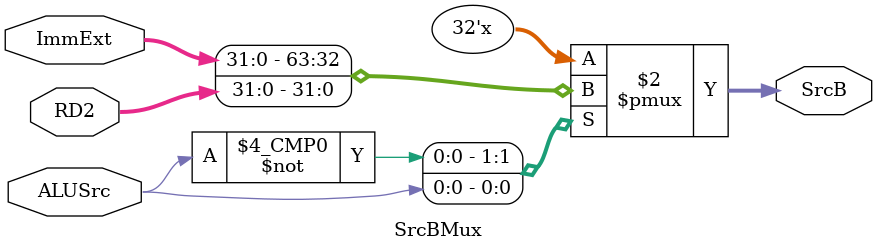
<source format=v>
module SrcBMux (
    input wire [31:0] RD2,
    input wire [31:0] ImmExt,
    input wire ALUSrc,
    output reg [31:0] SrcB
);
always@(*) begin
case(ALUSrc)
    1'b0 : SrcB <= ImmExt;
    1'b1 : SrcB <= RD2;
    default : SrcB <=RD2; //deafult RD2
endcase
end 
endmodule
</source>
